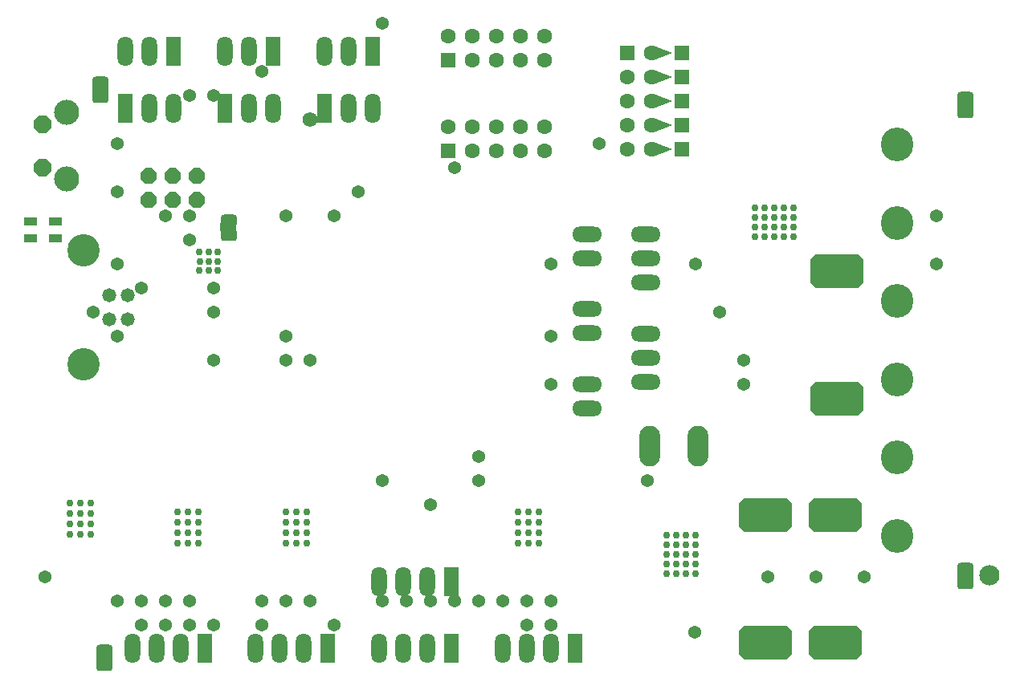
<source format=gbs>
G04 Layer_Color=16711935*
%FSLAX25Y25*%
%MOIN*%
G70*
G01*
G75*
%ADD120C,0.03000*%
%ADD135C,0.08400*%
%ADD213C,0.06305*%
G04:AMPARAMS|DCode=231|XSize=54mil|YSize=54mil|CornerRadius=27mil|HoleSize=0mil|Usage=FLASHONLY|Rotation=270.000|XOffset=0mil|YOffset=0mil|HoleType=Round|Shape=RoundedRectangle|*
%AMROUNDEDRECTD231*
21,1,0.05400,0.00000,0,0,270.0*
21,1,0.00000,0.05400,0,0,270.0*
1,1,0.05400,0.00000,0.00000*
1,1,0.05400,0.00000,0.00000*
1,1,0.05400,0.00000,0.00000*
1,1,0.05400,0.00000,0.00000*
%
%ADD231ROUNDEDRECTD231*%
%ADD265R,0.06400X0.12400*%
%ADD266O,0.06400X0.12400*%
G04:AMPARAMS|DCode=267|XSize=137mil|YSize=87mil|CornerRadius=0mil|HoleSize=0mil|Usage=FLASHONLY|Rotation=270.000|XOffset=0mil|YOffset=0mil|HoleType=Round|Shape=Octagon|*
%AMOCTAGOND267*
4,1,8,-0.02175,-0.06850,0.02175,-0.06850,0.04350,-0.04675,0.04350,0.04675,0.02175,0.06850,-0.02175,0.06850,-0.04350,0.04675,-0.04350,-0.04675,-0.02175,-0.06850,0.0*
%
%ADD267OCTAGOND267*%

%ADD268O,0.12400X0.06400*%
%ADD269P,0.08010X8X292.5*%
%ADD270C,0.10400*%
%ADD271C,0.05800*%
%ADD272C,0.13450*%
%ADD273P,0.07144X8X22.5*%
%ADD274O,0.08650X0.16900*%
%ADD275R,0.06305X0.06305*%
%ADD276C,0.06305*%
%ADD277O,0.13400X0.14000*%
%ADD278R,0.06305X0.06305*%
%ADD279R,0.07045X0.03543*%
G04:AMPARAMS|DCode=280|XSize=50mil|YSize=67mil|CornerRadius=13.5mil|HoleSize=0mil|Usage=FLASHONLY|Rotation=90.000|XOffset=0mil|YOffset=0mil|HoleType=Round|Shape=RoundedRectangle|*
%AMROUNDEDRECTD280*
21,1,0.05000,0.04000,0,0,90.0*
21,1,0.02300,0.06700,0,0,90.0*
1,1,0.02700,0.02000,0.01150*
1,1,0.02700,0.02000,-0.01150*
1,1,0.02700,-0.02000,-0.01150*
1,1,0.02700,-0.02000,0.01150*
%
%ADD280ROUNDEDRECTD280*%
G04:AMPARAMS|DCode=281|XSize=54mil|YSize=54mil|CornerRadius=27mil|HoleSize=0mil|Usage=FLASHONLY|Rotation=0.000|XOffset=0mil|YOffset=0mil|HoleType=Round|Shape=RoundedRectangle|*
%AMROUNDEDRECTD281*
21,1,0.05400,0.00000,0,0,0.0*
21,1,0.00000,0.05400,0,0,0.0*
1,1,0.05400,0.00000,0.00000*
1,1,0.05400,0.00000,0.00000*
1,1,0.05400,0.00000,0.00000*
1,1,0.05400,0.00000,0.00000*
%
%ADD281ROUNDEDRECTD281*%
%ADD282R,0.05321X0.03747*%
G04:AMPARAMS|DCode=283|XSize=62mil|YSize=62mil|CornerRadius=31mil|HoleSize=0mil|Usage=FLASHONLY|Rotation=270.000|XOffset=0mil|YOffset=0mil|HoleType=Round|Shape=RoundedRectangle|*
%AMROUNDEDRECTD283*
21,1,0.06200,0.00000,0,0,270.0*
21,1,0.00000,0.06200,0,0,270.0*
1,1,0.06200,0.00000,0.00000*
1,1,0.06200,0.00000,0.00000*
1,1,0.06200,0.00000,0.00000*
1,1,0.06200,0.00000,0.00000*
%
%ADD283ROUNDEDRECTD283*%
%ADD284R,0.06305X0.06305*%
G36*
X243700Y-181400D02*
X234600D01*
Y-167500D01*
X243700D01*
Y-181400D01*
D02*
G37*
G36*
X273205Y-133139D02*
X264105D01*
Y-119239D01*
X273205D01*
Y-133139D01*
D02*
G37*
G36*
X272705Y-181439D02*
X263605D01*
Y-167539D01*
X272705D01*
Y-181439D01*
D02*
G37*
G36*
Y-234439D02*
X263605D01*
Y-220539D01*
X272705D01*
Y-234439D01*
D02*
G37*
G36*
X243700Y-234400D02*
X234600D01*
Y-220500D01*
X243700D01*
Y-234400D01*
D02*
G37*
G36*
X273205Y-80139D02*
X264105D01*
Y-66239D01*
X273205D01*
Y-80139D01*
D02*
G37*
G36*
X200569Y7571D02*
X192668Y4571D01*
X193869Y5771D01*
Y9371D01*
X192668Y10571D01*
X200569Y7571D01*
D02*
G37*
G36*
Y17571D02*
X192668Y14571D01*
X193869Y15771D01*
Y19371D01*
X192668Y20571D01*
X200569Y17571D01*
D02*
G37*
G36*
Y-2429D02*
X192668Y-5429D01*
X193869Y-4229D01*
Y-629D01*
X192668Y571D01*
X200569Y-2429D01*
D02*
G37*
G36*
Y-22429D02*
X192668Y-25429D01*
X193869Y-24229D01*
Y-20629D01*
X192668Y-19429D01*
X200569Y-22429D01*
D02*
G37*
G36*
Y-12429D02*
X192668Y-15429D01*
X193869Y-14229D01*
Y-10629D01*
X192668Y-9429D01*
X200569Y-12429D01*
D02*
G37*
G54D120*
X136569Y-173098D02*
D03*
X145231Y-186091D02*
D03*
X140900D02*
D03*
X136569D02*
D03*
X145231Y-181760D02*
D03*
X140900D02*
D03*
X136569D02*
D03*
X145231Y-177429D02*
D03*
X140900D02*
D03*
X136569D02*
D03*
X145231Y-173098D02*
D03*
X140900D02*
D03*
X44500D02*
D03*
X48831D02*
D03*
X40169Y-177429D02*
D03*
X44500D02*
D03*
X48831D02*
D03*
X40169Y-181760D02*
D03*
X44500D02*
D03*
X48831D02*
D03*
X40169Y-186091D02*
D03*
X44500D02*
D03*
X48831D02*
D03*
X40169Y-173098D02*
D03*
X-4831D02*
D03*
X3831Y-186091D02*
D03*
X-500D02*
D03*
X-4831D02*
D03*
X3831Y-181760D02*
D03*
X-500D02*
D03*
X-4831D02*
D03*
X3831Y-177429D02*
D03*
X-500D02*
D03*
X-4831D02*
D03*
X3831Y-173098D02*
D03*
X-500D02*
D03*
X-45238Y-169498D02*
D03*
X-40907D02*
D03*
X-49569Y-173829D02*
D03*
X-45238D02*
D03*
X-40907D02*
D03*
X-49569Y-178160D02*
D03*
X-45238D02*
D03*
X-40907D02*
D03*
X-49569Y-182491D02*
D03*
X-45238D02*
D03*
X-40907D02*
D03*
X-49569Y-169498D02*
D03*
X210081Y-186832D02*
D03*
Y-182832D02*
D03*
X206081D02*
D03*
Y-186832D02*
D03*
X202081D02*
D03*
Y-182832D02*
D03*
X198081D02*
D03*
Y-186832D02*
D03*
Y-194832D02*
D03*
Y-198832D02*
D03*
X202081D02*
D03*
Y-194832D02*
D03*
X206081D02*
D03*
Y-198832D02*
D03*
X210081D02*
D03*
Y-194832D02*
D03*
Y-190832D02*
D03*
X206081D02*
D03*
X198081D02*
D03*
X202081D02*
D03*
X242613Y-50723D02*
D03*
Y-46723D02*
D03*
Y-54723D02*
D03*
Y-58723D02*
D03*
X238613D02*
D03*
X234613D02*
D03*
Y-54723D02*
D03*
X238613D02*
D03*
Y-50723D02*
D03*
X234613D02*
D03*
Y-46723D02*
D03*
X238613D02*
D03*
X246613D02*
D03*
X250613D02*
D03*
Y-50723D02*
D03*
X246613D02*
D03*
Y-54723D02*
D03*
X250613D02*
D03*
Y-58723D02*
D03*
X246613D02*
D03*
X11740Y-65260D02*
D03*
Y-69000D02*
D03*
Y-72740D02*
D03*
X8000D02*
D03*
X4260Y-72839D02*
D03*
X4279Y-69000D02*
D03*
X4231Y-65224D02*
D03*
X8000Y-65260D02*
D03*
Y-69000D02*
D03*
G54D135*
X332067Y-199449D02*
D03*
G54D213*
X191668Y17571D02*
D03*
Y7571D02*
D03*
Y-2429D02*
D03*
Y-12429D02*
D03*
Y-22429D02*
D03*
G54D231*
X120000Y-150000D02*
D03*
X10000Y0D02*
D03*
X70000Y-40000D02*
D03*
X-30000Y-70000D02*
D03*
X-20000Y-80000D02*
D03*
X120000Y-160000D02*
D03*
X100000Y-170000D02*
D03*
X80000Y-160000D02*
D03*
X-10000Y-210000D02*
D03*
X-30000D02*
D03*
X-20000D02*
D03*
X170000Y-20000D02*
D03*
X150000Y-120000D02*
D03*
X209700Y-223200D02*
D03*
X-60000Y-200000D02*
D03*
X50000Y-210000D02*
D03*
X30000D02*
D03*
X40000D02*
D03*
X0D02*
D03*
X110000D02*
D03*
X90000D02*
D03*
X100000D02*
D03*
X80000D02*
D03*
X150000D02*
D03*
X130000D02*
D03*
X140000D02*
D03*
X120000D02*
D03*
X210000Y-70000D02*
D03*
X220000Y-90000D02*
D03*
X230000Y-120000D02*
D03*
X150000Y-220000D02*
D03*
X140000D02*
D03*
X60000D02*
D03*
X30000D02*
D03*
X10000D02*
D03*
X0D02*
D03*
X-10000D02*
D03*
X-20000D02*
D03*
X-30000Y-20000D02*
D03*
G54D265*
X56221Y-5354D02*
D03*
X160008Y-229735D02*
D03*
X108787Y-229775D02*
D03*
Y-202216D02*
D03*
X57606Y-229775D02*
D03*
X6425D02*
D03*
X76221Y18268D02*
D03*
X-6457D02*
D03*
X34882D02*
D03*
X-26457Y-5354D02*
D03*
X14882D02*
D03*
G54D266*
X66220D02*
D03*
X76221D02*
D03*
X150008Y-229735D02*
D03*
X140008D02*
D03*
X130008D02*
D03*
X78787Y-229775D02*
D03*
X88787D02*
D03*
X98787D02*
D03*
Y-202216D02*
D03*
X88787D02*
D03*
X78787D02*
D03*
X27606Y-229775D02*
D03*
X37606D02*
D03*
X47606D02*
D03*
X-3575D02*
D03*
X-13575D02*
D03*
X-23575D02*
D03*
X66220Y18268D02*
D03*
X56221D02*
D03*
X-16457D02*
D03*
X-26457D02*
D03*
X24882D02*
D03*
X14882D02*
D03*
X-16457Y-5354D02*
D03*
X-6457D02*
D03*
X24882D02*
D03*
X34882D02*
D03*
G54D267*
X274900Y-227500D02*
D03*
X261500D02*
D03*
Y-174500D02*
D03*
X274900D02*
D03*
X262000Y-126200D02*
D03*
X275400D02*
D03*
Y-73200D02*
D03*
X262000D02*
D03*
X245895Y-227461D02*
D03*
X232495D02*
D03*
Y-174461D02*
D03*
X245895D02*
D03*
G54D268*
X165039Y-88937D02*
D03*
Y-98937D02*
D03*
Y-120039D02*
D03*
Y-130039D02*
D03*
Y-57835D02*
D03*
Y-67835D02*
D03*
X189400Y-77900D02*
D03*
Y-67900D02*
D03*
Y-57900D02*
D03*
X189300Y-119300D02*
D03*
Y-109300D02*
D03*
Y-99300D02*
D03*
G54D269*
X-60727Y-12202D02*
D03*
Y-30002D02*
D03*
G54D270*
X-50927Y-7302D02*
D03*
Y-34902D02*
D03*
G54D271*
X-25416Y-93032D02*
D03*
Y-83110D02*
D03*
X-33316D02*
D03*
Y-93032D02*
D03*
G54D272*
X-44016Y-64410D02*
D03*
Y-111732D02*
D03*
G54D273*
X-16747Y-43544D02*
D03*
Y-33544D02*
D03*
X-6747Y-43544D02*
D03*
Y-33544D02*
D03*
X3253Y-43544D02*
D03*
Y-33544D02*
D03*
G54D274*
X191100Y-145700D02*
D03*
X211100D02*
D03*
G54D275*
X107400Y14400D02*
D03*
Y-23100D02*
D03*
G54D276*
Y24400D02*
D03*
X117400Y14400D02*
D03*
Y24400D02*
D03*
X127400Y14400D02*
D03*
Y24400D02*
D03*
X137400Y14400D02*
D03*
Y24400D02*
D03*
X147400Y14400D02*
D03*
Y24400D02*
D03*
X107400Y-13100D02*
D03*
X117400Y-23100D02*
D03*
Y-13100D02*
D03*
X127400Y-23100D02*
D03*
Y-13100D02*
D03*
X137400Y-23100D02*
D03*
Y-13100D02*
D03*
X147400Y-23100D02*
D03*
Y-13100D02*
D03*
X181668Y-22429D02*
D03*
Y-12429D02*
D03*
Y-2429D02*
D03*
Y7571D02*
D03*
G54D277*
X293700Y-183050D02*
D03*
Y-150550D02*
D03*
Y-118050D02*
D03*
Y-85550D02*
D03*
Y-53050D02*
D03*
Y-20550D02*
D03*
G54D278*
X181668Y17571D02*
D03*
G54D279*
X322178Y-199998D02*
D03*
X-37052Y2424D02*
D03*
X-35252Y-233676D02*
D03*
X322148Y-4176D02*
D03*
X16241Y-54961D02*
D03*
G54D280*
X322100Y-196900D02*
D03*
Y-202900D02*
D03*
X-36975Y-675D02*
D03*
Y5325D02*
D03*
X-35175Y-236775D02*
D03*
Y-230775D02*
D03*
X322225Y-7275D02*
D03*
Y-1275D02*
D03*
X16319Y-52059D02*
D03*
Y-58059D02*
D03*
G54D281*
X40000Y-110000D02*
D03*
X50000D02*
D03*
X40000Y-100000D02*
D03*
X10000Y-80000D02*
D03*
Y-90000D02*
D03*
Y-110000D02*
D03*
X310000Y-50000D02*
D03*
X190000Y-160000D02*
D03*
X310000Y-70000D02*
D03*
X230000Y-110000D02*
D03*
X150000Y-100000D02*
D03*
Y-70000D02*
D03*
X40000Y-50000D02*
D03*
X110000Y-30000D02*
D03*
X60000Y-50000D02*
D03*
X0Y0D02*
D03*
X30000Y10000D02*
D03*
X0Y-60000D02*
D03*
X-10000Y-50000D02*
D03*
X-30000Y-40000D02*
D03*
X0Y-50000D02*
D03*
X-30000Y-100000D02*
D03*
X-40000Y-90000D02*
D03*
X80000Y30000D02*
D03*
X240000Y-200000D02*
D03*
X260000D02*
D03*
X280000D02*
D03*
G54D282*
X-55575Y-59617D02*
D03*
Y-52333D02*
D03*
X-65775Y-59617D02*
D03*
Y-52333D02*
D03*
G54D283*
X50000Y-10000D02*
D03*
G54D284*
X204468Y17571D02*
D03*
Y7571D02*
D03*
Y-2429D02*
D03*
Y-12429D02*
D03*
Y-22429D02*
D03*
M02*

</source>
